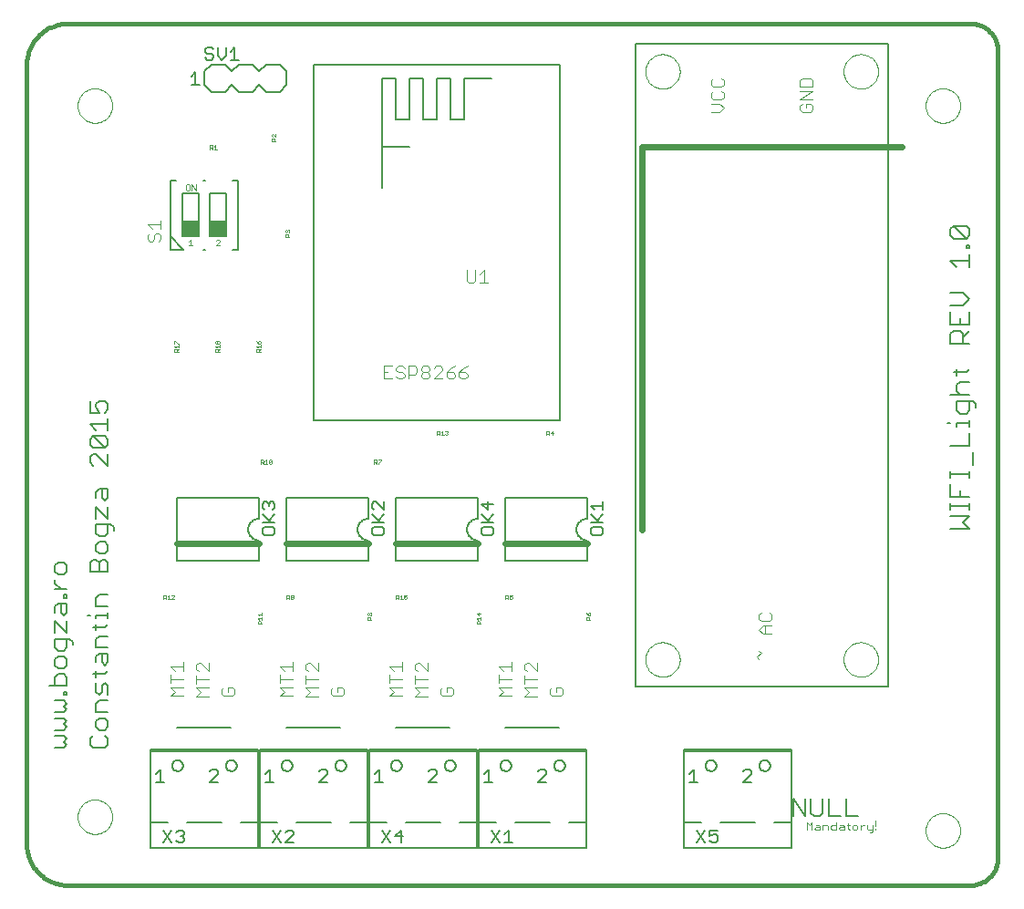
<source format=gto>
G75*
%MOIN*%
%OFA0B0*%
%FSLAX24Y24*%
%IPPOS*%
%LPD*%
%AMOC8*
5,1,8,0,0,1.08239X$1,22.5*
%
%ADD10C,0.0000*%
%ADD11C,0.0060*%
%ADD12C,0.0160*%
%ADD13C,0.0240*%
%ADD14C,0.0030*%
%ADD15C,0.0050*%
%ADD16C,0.0010*%
%ADD17C,0.0080*%
%ADD18C,0.0040*%
%ADD19C,0.0020*%
%ADD20R,0.0591X0.0591*%
D10*
X002050Y002680D02*
X002052Y002730D01*
X002058Y002780D01*
X002068Y002829D01*
X002082Y002877D01*
X002099Y002924D01*
X002120Y002969D01*
X002145Y003013D01*
X002173Y003054D01*
X002205Y003093D01*
X002239Y003130D01*
X002276Y003164D01*
X002316Y003194D01*
X002358Y003221D01*
X002402Y003245D01*
X002448Y003266D01*
X002495Y003282D01*
X002543Y003295D01*
X002593Y003304D01*
X002642Y003309D01*
X002693Y003310D01*
X002743Y003307D01*
X002792Y003300D01*
X002841Y003289D01*
X002889Y003274D01*
X002935Y003256D01*
X002980Y003234D01*
X003023Y003208D01*
X003064Y003179D01*
X003103Y003147D01*
X003139Y003112D01*
X003171Y003074D01*
X003201Y003034D01*
X003228Y002991D01*
X003251Y002947D01*
X003270Y002901D01*
X003286Y002853D01*
X003298Y002804D01*
X003306Y002755D01*
X003310Y002705D01*
X003310Y002655D01*
X003306Y002605D01*
X003298Y002556D01*
X003286Y002507D01*
X003270Y002459D01*
X003251Y002413D01*
X003228Y002369D01*
X003201Y002326D01*
X003171Y002286D01*
X003139Y002248D01*
X003103Y002213D01*
X003064Y002181D01*
X003023Y002152D01*
X002980Y002126D01*
X002935Y002104D01*
X002889Y002086D01*
X002841Y002071D01*
X002792Y002060D01*
X002743Y002053D01*
X002693Y002050D01*
X002642Y002051D01*
X002593Y002056D01*
X002543Y002065D01*
X002495Y002078D01*
X002448Y002094D01*
X002402Y002115D01*
X002358Y002139D01*
X002316Y002166D01*
X002276Y002196D01*
X002239Y002230D01*
X002205Y002267D01*
X002173Y002306D01*
X002145Y002347D01*
X002120Y002391D01*
X002099Y002436D01*
X002082Y002483D01*
X002068Y002531D01*
X002058Y002580D01*
X002052Y002630D01*
X002050Y002680D01*
X022800Y008430D02*
X022802Y008480D01*
X022808Y008530D01*
X022818Y008579D01*
X022832Y008627D01*
X022849Y008674D01*
X022870Y008719D01*
X022895Y008763D01*
X022923Y008804D01*
X022955Y008843D01*
X022989Y008880D01*
X023026Y008914D01*
X023066Y008944D01*
X023108Y008971D01*
X023152Y008995D01*
X023198Y009016D01*
X023245Y009032D01*
X023293Y009045D01*
X023343Y009054D01*
X023392Y009059D01*
X023443Y009060D01*
X023493Y009057D01*
X023542Y009050D01*
X023591Y009039D01*
X023639Y009024D01*
X023685Y009006D01*
X023730Y008984D01*
X023773Y008958D01*
X023814Y008929D01*
X023853Y008897D01*
X023889Y008862D01*
X023921Y008824D01*
X023951Y008784D01*
X023978Y008741D01*
X024001Y008697D01*
X024020Y008651D01*
X024036Y008603D01*
X024048Y008554D01*
X024056Y008505D01*
X024060Y008455D01*
X024060Y008405D01*
X024056Y008355D01*
X024048Y008306D01*
X024036Y008257D01*
X024020Y008209D01*
X024001Y008163D01*
X023978Y008119D01*
X023951Y008076D01*
X023921Y008036D01*
X023889Y007998D01*
X023853Y007963D01*
X023814Y007931D01*
X023773Y007902D01*
X023730Y007876D01*
X023685Y007854D01*
X023639Y007836D01*
X023591Y007821D01*
X023542Y007810D01*
X023493Y007803D01*
X023443Y007800D01*
X023392Y007801D01*
X023343Y007806D01*
X023293Y007815D01*
X023245Y007828D01*
X023198Y007844D01*
X023152Y007865D01*
X023108Y007889D01*
X023066Y007916D01*
X023026Y007946D01*
X022989Y007980D01*
X022955Y008017D01*
X022923Y008056D01*
X022895Y008097D01*
X022870Y008141D01*
X022849Y008186D01*
X022832Y008233D01*
X022818Y008281D01*
X022808Y008330D01*
X022802Y008380D01*
X022800Y008430D01*
X030050Y008430D02*
X030052Y008480D01*
X030058Y008530D01*
X030068Y008579D01*
X030082Y008627D01*
X030099Y008674D01*
X030120Y008719D01*
X030145Y008763D01*
X030173Y008804D01*
X030205Y008843D01*
X030239Y008880D01*
X030276Y008914D01*
X030316Y008944D01*
X030358Y008971D01*
X030402Y008995D01*
X030448Y009016D01*
X030495Y009032D01*
X030543Y009045D01*
X030593Y009054D01*
X030642Y009059D01*
X030693Y009060D01*
X030743Y009057D01*
X030792Y009050D01*
X030841Y009039D01*
X030889Y009024D01*
X030935Y009006D01*
X030980Y008984D01*
X031023Y008958D01*
X031064Y008929D01*
X031103Y008897D01*
X031139Y008862D01*
X031171Y008824D01*
X031201Y008784D01*
X031228Y008741D01*
X031251Y008697D01*
X031270Y008651D01*
X031286Y008603D01*
X031298Y008554D01*
X031306Y008505D01*
X031310Y008455D01*
X031310Y008405D01*
X031306Y008355D01*
X031298Y008306D01*
X031286Y008257D01*
X031270Y008209D01*
X031251Y008163D01*
X031228Y008119D01*
X031201Y008076D01*
X031171Y008036D01*
X031139Y007998D01*
X031103Y007963D01*
X031064Y007931D01*
X031023Y007902D01*
X030980Y007876D01*
X030935Y007854D01*
X030889Y007836D01*
X030841Y007821D01*
X030792Y007810D01*
X030743Y007803D01*
X030693Y007800D01*
X030642Y007801D01*
X030593Y007806D01*
X030543Y007815D01*
X030495Y007828D01*
X030448Y007844D01*
X030402Y007865D01*
X030358Y007889D01*
X030316Y007916D01*
X030276Y007946D01*
X030239Y007980D01*
X030205Y008017D01*
X030173Y008056D01*
X030145Y008097D01*
X030120Y008141D01*
X030099Y008186D01*
X030082Y008233D01*
X030068Y008281D01*
X030058Y008330D01*
X030052Y008380D01*
X030050Y008430D01*
X033050Y002180D02*
X033052Y002230D01*
X033058Y002280D01*
X033068Y002329D01*
X033082Y002377D01*
X033099Y002424D01*
X033120Y002469D01*
X033145Y002513D01*
X033173Y002554D01*
X033205Y002593D01*
X033239Y002630D01*
X033276Y002664D01*
X033316Y002694D01*
X033358Y002721D01*
X033402Y002745D01*
X033448Y002766D01*
X033495Y002782D01*
X033543Y002795D01*
X033593Y002804D01*
X033642Y002809D01*
X033693Y002810D01*
X033743Y002807D01*
X033792Y002800D01*
X033841Y002789D01*
X033889Y002774D01*
X033935Y002756D01*
X033980Y002734D01*
X034023Y002708D01*
X034064Y002679D01*
X034103Y002647D01*
X034139Y002612D01*
X034171Y002574D01*
X034201Y002534D01*
X034228Y002491D01*
X034251Y002447D01*
X034270Y002401D01*
X034286Y002353D01*
X034298Y002304D01*
X034306Y002255D01*
X034310Y002205D01*
X034310Y002155D01*
X034306Y002105D01*
X034298Y002056D01*
X034286Y002007D01*
X034270Y001959D01*
X034251Y001913D01*
X034228Y001869D01*
X034201Y001826D01*
X034171Y001786D01*
X034139Y001748D01*
X034103Y001713D01*
X034064Y001681D01*
X034023Y001652D01*
X033980Y001626D01*
X033935Y001604D01*
X033889Y001586D01*
X033841Y001571D01*
X033792Y001560D01*
X033743Y001553D01*
X033693Y001550D01*
X033642Y001551D01*
X033593Y001556D01*
X033543Y001565D01*
X033495Y001578D01*
X033448Y001594D01*
X033402Y001615D01*
X033358Y001639D01*
X033316Y001666D01*
X033276Y001696D01*
X033239Y001730D01*
X033205Y001767D01*
X033173Y001806D01*
X033145Y001847D01*
X033120Y001891D01*
X033099Y001936D01*
X033082Y001983D01*
X033068Y002031D01*
X033058Y002080D01*
X033052Y002130D01*
X033050Y002180D01*
X034300Y000180D02*
X034680Y000180D01*
X033050Y028680D02*
X033052Y028730D01*
X033058Y028780D01*
X033068Y028829D01*
X033082Y028877D01*
X033099Y028924D01*
X033120Y028969D01*
X033145Y029013D01*
X033173Y029054D01*
X033205Y029093D01*
X033239Y029130D01*
X033276Y029164D01*
X033316Y029194D01*
X033358Y029221D01*
X033402Y029245D01*
X033448Y029266D01*
X033495Y029282D01*
X033543Y029295D01*
X033593Y029304D01*
X033642Y029309D01*
X033693Y029310D01*
X033743Y029307D01*
X033792Y029300D01*
X033841Y029289D01*
X033889Y029274D01*
X033935Y029256D01*
X033980Y029234D01*
X034023Y029208D01*
X034064Y029179D01*
X034103Y029147D01*
X034139Y029112D01*
X034171Y029074D01*
X034201Y029034D01*
X034228Y028991D01*
X034251Y028947D01*
X034270Y028901D01*
X034286Y028853D01*
X034298Y028804D01*
X034306Y028755D01*
X034310Y028705D01*
X034310Y028655D01*
X034306Y028605D01*
X034298Y028556D01*
X034286Y028507D01*
X034270Y028459D01*
X034251Y028413D01*
X034228Y028369D01*
X034201Y028326D01*
X034171Y028286D01*
X034139Y028248D01*
X034103Y028213D01*
X034064Y028181D01*
X034023Y028152D01*
X033980Y028126D01*
X033935Y028104D01*
X033889Y028086D01*
X033841Y028071D01*
X033792Y028060D01*
X033743Y028053D01*
X033693Y028050D01*
X033642Y028051D01*
X033593Y028056D01*
X033543Y028065D01*
X033495Y028078D01*
X033448Y028094D01*
X033402Y028115D01*
X033358Y028139D01*
X033316Y028166D01*
X033276Y028196D01*
X033239Y028230D01*
X033205Y028267D01*
X033173Y028306D01*
X033145Y028347D01*
X033120Y028391D01*
X033099Y028436D01*
X033082Y028483D01*
X033068Y028531D01*
X033058Y028580D01*
X033052Y028630D01*
X033050Y028680D01*
X030050Y029930D02*
X030052Y029980D01*
X030058Y030030D01*
X030068Y030079D01*
X030082Y030127D01*
X030099Y030174D01*
X030120Y030219D01*
X030145Y030263D01*
X030173Y030304D01*
X030205Y030343D01*
X030239Y030380D01*
X030276Y030414D01*
X030316Y030444D01*
X030358Y030471D01*
X030402Y030495D01*
X030448Y030516D01*
X030495Y030532D01*
X030543Y030545D01*
X030593Y030554D01*
X030642Y030559D01*
X030693Y030560D01*
X030743Y030557D01*
X030792Y030550D01*
X030841Y030539D01*
X030889Y030524D01*
X030935Y030506D01*
X030980Y030484D01*
X031023Y030458D01*
X031064Y030429D01*
X031103Y030397D01*
X031139Y030362D01*
X031171Y030324D01*
X031201Y030284D01*
X031228Y030241D01*
X031251Y030197D01*
X031270Y030151D01*
X031286Y030103D01*
X031298Y030054D01*
X031306Y030005D01*
X031310Y029955D01*
X031310Y029905D01*
X031306Y029855D01*
X031298Y029806D01*
X031286Y029757D01*
X031270Y029709D01*
X031251Y029663D01*
X031228Y029619D01*
X031201Y029576D01*
X031171Y029536D01*
X031139Y029498D01*
X031103Y029463D01*
X031064Y029431D01*
X031023Y029402D01*
X030980Y029376D01*
X030935Y029354D01*
X030889Y029336D01*
X030841Y029321D01*
X030792Y029310D01*
X030743Y029303D01*
X030693Y029300D01*
X030642Y029301D01*
X030593Y029306D01*
X030543Y029315D01*
X030495Y029328D01*
X030448Y029344D01*
X030402Y029365D01*
X030358Y029389D01*
X030316Y029416D01*
X030276Y029446D01*
X030239Y029480D01*
X030205Y029517D01*
X030173Y029556D01*
X030145Y029597D01*
X030120Y029641D01*
X030099Y029686D01*
X030082Y029733D01*
X030068Y029781D01*
X030058Y029830D01*
X030052Y029880D01*
X030050Y029930D01*
X022800Y029930D02*
X022802Y029980D01*
X022808Y030030D01*
X022818Y030079D01*
X022832Y030127D01*
X022849Y030174D01*
X022870Y030219D01*
X022895Y030263D01*
X022923Y030304D01*
X022955Y030343D01*
X022989Y030380D01*
X023026Y030414D01*
X023066Y030444D01*
X023108Y030471D01*
X023152Y030495D01*
X023198Y030516D01*
X023245Y030532D01*
X023293Y030545D01*
X023343Y030554D01*
X023392Y030559D01*
X023443Y030560D01*
X023493Y030557D01*
X023542Y030550D01*
X023591Y030539D01*
X023639Y030524D01*
X023685Y030506D01*
X023730Y030484D01*
X023773Y030458D01*
X023814Y030429D01*
X023853Y030397D01*
X023889Y030362D01*
X023921Y030324D01*
X023951Y030284D01*
X023978Y030241D01*
X024001Y030197D01*
X024020Y030151D01*
X024036Y030103D01*
X024048Y030054D01*
X024056Y030005D01*
X024060Y029955D01*
X024060Y029905D01*
X024056Y029855D01*
X024048Y029806D01*
X024036Y029757D01*
X024020Y029709D01*
X024001Y029663D01*
X023978Y029619D01*
X023951Y029576D01*
X023921Y029536D01*
X023889Y029498D01*
X023853Y029463D01*
X023814Y029431D01*
X023773Y029402D01*
X023730Y029376D01*
X023685Y029354D01*
X023639Y029336D01*
X023591Y029321D01*
X023542Y029310D01*
X023493Y029303D01*
X023443Y029300D01*
X023392Y029301D01*
X023343Y029306D01*
X023293Y029315D01*
X023245Y029328D01*
X023198Y029344D01*
X023152Y029365D01*
X023108Y029389D01*
X023066Y029416D01*
X023026Y029446D01*
X022989Y029480D01*
X022955Y029517D01*
X022923Y029556D01*
X022895Y029597D01*
X022870Y029641D01*
X022849Y029686D01*
X022832Y029733D01*
X022818Y029781D01*
X022808Y029830D01*
X022802Y029880D01*
X022800Y029930D01*
X002050Y028680D02*
X002052Y028730D01*
X002058Y028780D01*
X002068Y028829D01*
X002082Y028877D01*
X002099Y028924D01*
X002120Y028969D01*
X002145Y029013D01*
X002173Y029054D01*
X002205Y029093D01*
X002239Y029130D01*
X002276Y029164D01*
X002316Y029194D01*
X002358Y029221D01*
X002402Y029245D01*
X002448Y029266D01*
X002495Y029282D01*
X002543Y029295D01*
X002593Y029304D01*
X002642Y029309D01*
X002693Y029310D01*
X002743Y029307D01*
X002792Y029300D01*
X002841Y029289D01*
X002889Y029274D01*
X002935Y029256D01*
X002980Y029234D01*
X003023Y029208D01*
X003064Y029179D01*
X003103Y029147D01*
X003139Y029112D01*
X003171Y029074D01*
X003201Y029034D01*
X003228Y028991D01*
X003251Y028947D01*
X003270Y028901D01*
X003286Y028853D01*
X003298Y028804D01*
X003306Y028755D01*
X003310Y028705D01*
X003310Y028655D01*
X003306Y028605D01*
X003298Y028556D01*
X003286Y028507D01*
X003270Y028459D01*
X003251Y028413D01*
X003228Y028369D01*
X003201Y028326D01*
X003171Y028286D01*
X003139Y028248D01*
X003103Y028213D01*
X003064Y028181D01*
X003023Y028152D01*
X002980Y028126D01*
X002935Y028104D01*
X002889Y028086D01*
X002841Y028071D01*
X002792Y028060D01*
X002743Y028053D01*
X002693Y028050D01*
X002642Y028051D01*
X002593Y028056D01*
X002543Y028065D01*
X002495Y028078D01*
X002448Y028094D01*
X002402Y028115D01*
X002358Y028139D01*
X002316Y028166D01*
X002276Y028196D01*
X002239Y028230D01*
X002205Y028267D01*
X002173Y028306D01*
X002145Y028347D01*
X002120Y028391D01*
X002099Y028436D01*
X002082Y028483D01*
X002068Y028531D01*
X002058Y028580D01*
X002052Y028630D01*
X002050Y028680D01*
D11*
X006680Y029430D02*
X006930Y029180D01*
X007430Y029180D01*
X007680Y029430D01*
X007930Y029180D01*
X008430Y029180D01*
X008680Y029430D01*
X008930Y029180D01*
X009430Y029180D01*
X009680Y029430D01*
X009680Y029930D01*
X009430Y030180D01*
X008930Y030180D01*
X008680Y029930D01*
X008430Y030180D01*
X007930Y030180D01*
X007680Y029930D01*
X007430Y030180D01*
X006930Y030180D01*
X006680Y029930D01*
X006680Y029430D01*
X003043Y017883D02*
X002830Y017883D01*
X002723Y017777D01*
X002723Y017670D01*
X002830Y017456D01*
X002509Y017456D01*
X002509Y017883D01*
X003043Y017883D02*
X003150Y017777D01*
X003150Y017563D01*
X003043Y017456D01*
X003150Y017239D02*
X003150Y016812D01*
X003150Y017025D02*
X002509Y017025D01*
X002723Y016812D01*
X002616Y016594D02*
X003043Y016167D01*
X003150Y016274D01*
X003150Y016488D01*
X003043Y016594D01*
X002616Y016594D01*
X002509Y016488D01*
X002509Y016274D01*
X002616Y016167D01*
X003043Y016167D01*
X003150Y015950D02*
X003150Y015523D01*
X002723Y015950D01*
X002616Y015950D01*
X002509Y015843D01*
X002509Y015630D01*
X002616Y015523D01*
X002830Y014661D02*
X003150Y014661D01*
X003150Y014340D01*
X003043Y014234D01*
X002936Y014340D01*
X002936Y014661D01*
X002830Y014661D02*
X002723Y014554D01*
X002723Y014340D01*
X002723Y014016D02*
X003150Y013589D01*
X003150Y014016D01*
X002723Y014016D02*
X002723Y013589D01*
X002723Y013372D02*
X002723Y013051D01*
X002830Y012945D01*
X003043Y012945D01*
X003150Y013051D01*
X003150Y013372D01*
X003257Y013372D02*
X002723Y013372D01*
X003257Y013372D02*
X003364Y013265D01*
X003364Y013158D01*
X003043Y012727D02*
X002830Y012727D01*
X002723Y012620D01*
X002723Y012407D01*
X002830Y012300D01*
X003043Y012300D01*
X003150Y012407D01*
X003150Y012620D01*
X003043Y012727D01*
X003043Y012083D02*
X003150Y011976D01*
X003150Y011655D01*
X002509Y011655D01*
X002509Y011976D01*
X002616Y012083D01*
X002723Y012083D01*
X002830Y011976D01*
X002830Y011655D01*
X002830Y011976D02*
X002936Y012083D01*
X003043Y012083D01*
X003150Y010793D02*
X002830Y010793D01*
X002723Y010687D01*
X002723Y010366D01*
X003150Y010366D01*
X003150Y010150D02*
X003150Y009937D01*
X003150Y010043D02*
X002723Y010043D01*
X002723Y009937D01*
X002723Y009721D02*
X002723Y009507D01*
X002616Y009614D02*
X003043Y009614D01*
X003150Y009721D01*
X003150Y009289D02*
X002830Y009289D01*
X002723Y009183D01*
X002723Y008862D01*
X003150Y008862D01*
X003150Y008645D02*
X003150Y008325D01*
X003043Y008218D01*
X002936Y008325D01*
X002936Y008645D01*
X002830Y008645D02*
X003150Y008645D01*
X002830Y008645D02*
X002723Y008538D01*
X002723Y008325D01*
X002723Y008002D02*
X002723Y007788D01*
X002616Y007895D02*
X003043Y007895D01*
X003150Y008002D01*
X003043Y007571D02*
X002936Y007464D01*
X002936Y007250D01*
X002830Y007144D01*
X002723Y007250D01*
X002723Y007571D01*
X003043Y007571D02*
X003150Y007464D01*
X003150Y007144D01*
X003150Y006926D02*
X002830Y006926D01*
X002723Y006819D01*
X002723Y006499D01*
X003150Y006499D01*
X003043Y006282D02*
X002830Y006282D01*
X002723Y006175D01*
X002723Y005961D01*
X002830Y005855D01*
X003043Y005855D01*
X003150Y005961D01*
X003150Y006175D01*
X003043Y006282D01*
X003043Y005637D02*
X003150Y005530D01*
X003150Y005317D01*
X003043Y005210D01*
X002616Y005210D01*
X002509Y005317D01*
X002509Y005530D01*
X002616Y005637D01*
X001650Y005530D02*
X001543Y005637D01*
X001223Y005637D01*
X001223Y005855D02*
X001543Y005855D01*
X001650Y005961D01*
X001543Y006068D01*
X001650Y006175D01*
X001543Y006282D01*
X001223Y006282D01*
X001223Y006499D02*
X001543Y006499D01*
X001650Y006606D01*
X001543Y006713D01*
X001650Y006819D01*
X001543Y006926D01*
X001223Y006926D01*
X001543Y007144D02*
X001543Y007250D01*
X001650Y007250D01*
X001650Y007144D01*
X001543Y007144D01*
X001650Y007466D02*
X001650Y007786D01*
X001543Y007893D01*
X001330Y007893D01*
X001223Y007786D01*
X001223Y007466D01*
X001009Y007466D02*
X001650Y007466D01*
X001543Y008110D02*
X001330Y008110D01*
X001223Y008217D01*
X001223Y008431D01*
X001330Y008538D01*
X001543Y008538D01*
X001650Y008431D01*
X001650Y008217D01*
X001543Y008110D01*
X001543Y008755D02*
X001330Y008755D01*
X001223Y008862D01*
X001223Y009182D01*
X001757Y009182D01*
X001864Y009075D01*
X001864Y008969D01*
X001650Y008862D02*
X001650Y009182D01*
X001650Y009400D02*
X001650Y009827D01*
X001543Y010044D02*
X001436Y010151D01*
X001436Y010471D01*
X001330Y010471D02*
X001650Y010471D01*
X001650Y010151D01*
X001543Y010044D01*
X001223Y010151D02*
X001223Y010364D01*
X001330Y010471D01*
X001543Y010689D02*
X001543Y010795D01*
X001650Y010795D01*
X001650Y010689D01*
X001543Y010689D01*
X001436Y011011D02*
X001223Y011224D01*
X001223Y011331D01*
X001330Y011548D02*
X001543Y011548D01*
X001650Y011655D01*
X001650Y011868D01*
X001543Y011975D01*
X001330Y011975D01*
X001223Y011868D01*
X001223Y011655D01*
X001330Y011548D01*
X001223Y011011D02*
X001650Y011011D01*
X002403Y010043D02*
X002509Y010043D01*
X001650Y009400D02*
X001223Y009827D01*
X001223Y009400D01*
X001650Y008862D02*
X001543Y008755D01*
X001650Y005530D02*
X001543Y005424D01*
X001650Y005317D01*
X001543Y005210D01*
X001223Y005210D01*
X004716Y005150D02*
X004716Y005070D01*
X008646Y005070D01*
X008646Y002470D01*
X008646Y001530D01*
X004716Y001530D01*
X004716Y002470D01*
X004716Y005070D01*
X004716Y005150D02*
X008646Y005150D01*
X008646Y005070D01*
X008716Y005070D02*
X008716Y005150D01*
X012646Y005150D01*
X012646Y005070D01*
X012646Y002470D01*
X012646Y001530D01*
X008716Y001530D01*
X008716Y002470D01*
X008716Y005070D01*
X012646Y005070D01*
X012716Y005070D02*
X012716Y005150D01*
X016646Y005150D01*
X016646Y005070D01*
X016646Y002470D01*
X016646Y001530D01*
X012716Y001530D01*
X012716Y002470D01*
X012716Y005070D01*
X016646Y005070D01*
X016716Y005070D02*
X016716Y005150D01*
X020646Y005150D01*
X020646Y005070D01*
X020646Y002470D01*
X020646Y001530D01*
X016716Y001530D01*
X016716Y002470D01*
X016716Y005070D01*
X020646Y005070D01*
X019466Y004550D02*
X019468Y004578D01*
X019474Y004605D01*
X019483Y004631D01*
X019496Y004656D01*
X019513Y004679D01*
X019532Y004699D01*
X019554Y004716D01*
X019578Y004730D01*
X019604Y004740D01*
X019631Y004747D01*
X019659Y004750D01*
X019687Y004749D01*
X019714Y004744D01*
X019741Y004735D01*
X019766Y004723D01*
X019789Y004708D01*
X019810Y004689D01*
X019828Y004668D01*
X019843Y004644D01*
X019854Y004618D01*
X019862Y004592D01*
X019866Y004564D01*
X019866Y004536D01*
X019862Y004508D01*
X019854Y004482D01*
X019843Y004456D01*
X019828Y004432D01*
X019810Y004411D01*
X019789Y004392D01*
X019766Y004377D01*
X019741Y004365D01*
X019714Y004356D01*
X019687Y004351D01*
X019659Y004350D01*
X019631Y004353D01*
X019604Y004360D01*
X019578Y004370D01*
X019554Y004384D01*
X019532Y004401D01*
X019513Y004421D01*
X019496Y004444D01*
X019483Y004469D01*
X019474Y004495D01*
X019468Y004522D01*
X019466Y004550D01*
X017496Y004550D02*
X017498Y004578D01*
X017504Y004605D01*
X017513Y004631D01*
X017526Y004656D01*
X017543Y004679D01*
X017562Y004699D01*
X017584Y004716D01*
X017608Y004730D01*
X017634Y004740D01*
X017661Y004747D01*
X017689Y004750D01*
X017717Y004749D01*
X017744Y004744D01*
X017771Y004735D01*
X017796Y004723D01*
X017819Y004708D01*
X017840Y004689D01*
X017858Y004668D01*
X017873Y004644D01*
X017884Y004618D01*
X017892Y004592D01*
X017896Y004564D01*
X017896Y004536D01*
X017892Y004508D01*
X017884Y004482D01*
X017873Y004456D01*
X017858Y004432D01*
X017840Y004411D01*
X017819Y004392D01*
X017796Y004377D01*
X017771Y004365D01*
X017744Y004356D01*
X017717Y004351D01*
X017689Y004350D01*
X017661Y004353D01*
X017634Y004360D01*
X017608Y004370D01*
X017584Y004384D01*
X017562Y004401D01*
X017543Y004421D01*
X017526Y004444D01*
X017513Y004469D01*
X017504Y004495D01*
X017498Y004522D01*
X017496Y004550D01*
X015466Y004550D02*
X015468Y004578D01*
X015474Y004605D01*
X015483Y004631D01*
X015496Y004656D01*
X015513Y004679D01*
X015532Y004699D01*
X015554Y004716D01*
X015578Y004730D01*
X015604Y004740D01*
X015631Y004747D01*
X015659Y004750D01*
X015687Y004749D01*
X015714Y004744D01*
X015741Y004735D01*
X015766Y004723D01*
X015789Y004708D01*
X015810Y004689D01*
X015828Y004668D01*
X015843Y004644D01*
X015854Y004618D01*
X015862Y004592D01*
X015866Y004564D01*
X015866Y004536D01*
X015862Y004508D01*
X015854Y004482D01*
X015843Y004456D01*
X015828Y004432D01*
X015810Y004411D01*
X015789Y004392D01*
X015766Y004377D01*
X015741Y004365D01*
X015714Y004356D01*
X015687Y004351D01*
X015659Y004350D01*
X015631Y004353D01*
X015604Y004360D01*
X015578Y004370D01*
X015554Y004384D01*
X015532Y004401D01*
X015513Y004421D01*
X015496Y004444D01*
X015483Y004469D01*
X015474Y004495D01*
X015468Y004522D01*
X015466Y004550D01*
X013496Y004550D02*
X013498Y004578D01*
X013504Y004605D01*
X013513Y004631D01*
X013526Y004656D01*
X013543Y004679D01*
X013562Y004699D01*
X013584Y004716D01*
X013608Y004730D01*
X013634Y004740D01*
X013661Y004747D01*
X013689Y004750D01*
X013717Y004749D01*
X013744Y004744D01*
X013771Y004735D01*
X013796Y004723D01*
X013819Y004708D01*
X013840Y004689D01*
X013858Y004668D01*
X013873Y004644D01*
X013884Y004618D01*
X013892Y004592D01*
X013896Y004564D01*
X013896Y004536D01*
X013892Y004508D01*
X013884Y004482D01*
X013873Y004456D01*
X013858Y004432D01*
X013840Y004411D01*
X013819Y004392D01*
X013796Y004377D01*
X013771Y004365D01*
X013744Y004356D01*
X013717Y004351D01*
X013689Y004350D01*
X013661Y004353D01*
X013634Y004360D01*
X013608Y004370D01*
X013584Y004384D01*
X013562Y004401D01*
X013543Y004421D01*
X013526Y004444D01*
X013513Y004469D01*
X013504Y004495D01*
X013498Y004522D01*
X013496Y004550D01*
X011466Y004550D02*
X011468Y004578D01*
X011474Y004605D01*
X011483Y004631D01*
X011496Y004656D01*
X011513Y004679D01*
X011532Y004699D01*
X011554Y004716D01*
X011578Y004730D01*
X011604Y004740D01*
X011631Y004747D01*
X011659Y004750D01*
X011687Y004749D01*
X011714Y004744D01*
X011741Y004735D01*
X011766Y004723D01*
X011789Y004708D01*
X011810Y004689D01*
X011828Y004668D01*
X011843Y004644D01*
X011854Y004618D01*
X011862Y004592D01*
X011866Y004564D01*
X011866Y004536D01*
X011862Y004508D01*
X011854Y004482D01*
X011843Y004456D01*
X011828Y004432D01*
X011810Y004411D01*
X011789Y004392D01*
X011766Y004377D01*
X011741Y004365D01*
X011714Y004356D01*
X011687Y004351D01*
X011659Y004350D01*
X011631Y004353D01*
X011604Y004360D01*
X011578Y004370D01*
X011554Y004384D01*
X011532Y004401D01*
X011513Y004421D01*
X011496Y004444D01*
X011483Y004469D01*
X011474Y004495D01*
X011468Y004522D01*
X011466Y004550D01*
X009496Y004550D02*
X009498Y004578D01*
X009504Y004605D01*
X009513Y004631D01*
X009526Y004656D01*
X009543Y004679D01*
X009562Y004699D01*
X009584Y004716D01*
X009608Y004730D01*
X009634Y004740D01*
X009661Y004747D01*
X009689Y004750D01*
X009717Y004749D01*
X009744Y004744D01*
X009771Y004735D01*
X009796Y004723D01*
X009819Y004708D01*
X009840Y004689D01*
X009858Y004668D01*
X009873Y004644D01*
X009884Y004618D01*
X009892Y004592D01*
X009896Y004564D01*
X009896Y004536D01*
X009892Y004508D01*
X009884Y004482D01*
X009873Y004456D01*
X009858Y004432D01*
X009840Y004411D01*
X009819Y004392D01*
X009796Y004377D01*
X009771Y004365D01*
X009744Y004356D01*
X009717Y004351D01*
X009689Y004350D01*
X009661Y004353D01*
X009634Y004360D01*
X009608Y004370D01*
X009584Y004384D01*
X009562Y004401D01*
X009543Y004421D01*
X009526Y004444D01*
X009513Y004469D01*
X009504Y004495D01*
X009498Y004522D01*
X009496Y004550D01*
X007466Y004550D02*
X007468Y004578D01*
X007474Y004605D01*
X007483Y004631D01*
X007496Y004656D01*
X007513Y004679D01*
X007532Y004699D01*
X007554Y004716D01*
X007578Y004730D01*
X007604Y004740D01*
X007631Y004747D01*
X007659Y004750D01*
X007687Y004749D01*
X007714Y004744D01*
X007741Y004735D01*
X007766Y004723D01*
X007789Y004708D01*
X007810Y004689D01*
X007828Y004668D01*
X007843Y004644D01*
X007854Y004618D01*
X007862Y004592D01*
X007866Y004564D01*
X007866Y004536D01*
X007862Y004508D01*
X007854Y004482D01*
X007843Y004456D01*
X007828Y004432D01*
X007810Y004411D01*
X007789Y004392D01*
X007766Y004377D01*
X007741Y004365D01*
X007714Y004356D01*
X007687Y004351D01*
X007659Y004350D01*
X007631Y004353D01*
X007604Y004360D01*
X007578Y004370D01*
X007554Y004384D01*
X007532Y004401D01*
X007513Y004421D01*
X007496Y004444D01*
X007483Y004469D01*
X007474Y004495D01*
X007468Y004522D01*
X007466Y004550D01*
X005496Y004550D02*
X005498Y004578D01*
X005504Y004605D01*
X005513Y004631D01*
X005526Y004656D01*
X005543Y004679D01*
X005562Y004699D01*
X005584Y004716D01*
X005608Y004730D01*
X005634Y004740D01*
X005661Y004747D01*
X005689Y004750D01*
X005717Y004749D01*
X005744Y004744D01*
X005771Y004735D01*
X005796Y004723D01*
X005819Y004708D01*
X005840Y004689D01*
X005858Y004668D01*
X005873Y004644D01*
X005884Y004618D01*
X005892Y004592D01*
X005896Y004564D01*
X005896Y004536D01*
X005892Y004508D01*
X005884Y004482D01*
X005873Y004456D01*
X005858Y004432D01*
X005840Y004411D01*
X005819Y004392D01*
X005796Y004377D01*
X005771Y004365D01*
X005744Y004356D01*
X005717Y004351D01*
X005689Y004350D01*
X005661Y004353D01*
X005634Y004360D01*
X005608Y004370D01*
X005584Y004384D01*
X005562Y004401D01*
X005543Y004421D01*
X005526Y004444D01*
X005513Y004469D01*
X005504Y004495D01*
X005498Y004522D01*
X005496Y004550D01*
X005346Y002470D02*
X004716Y002470D01*
X006046Y002470D02*
X007316Y002470D01*
X008016Y002470D02*
X008646Y002470D01*
X008716Y002470D02*
X009346Y002470D01*
X010046Y002470D02*
X011316Y002470D01*
X012016Y002470D02*
X012646Y002470D01*
X012716Y002470D02*
X013346Y002470D01*
X014046Y002470D02*
X015316Y002470D01*
X016016Y002470D02*
X016646Y002470D01*
X016716Y002470D02*
X017346Y002470D01*
X018046Y002470D02*
X019316Y002470D01*
X020016Y002470D02*
X020646Y002470D01*
X024216Y002470D02*
X024216Y001530D01*
X028146Y001530D01*
X028146Y002470D01*
X028146Y005070D01*
X024216Y005070D01*
X024216Y005150D01*
X028146Y005150D01*
X028146Y005070D01*
X026966Y004550D02*
X026968Y004578D01*
X026974Y004605D01*
X026983Y004631D01*
X026996Y004656D01*
X027013Y004679D01*
X027032Y004699D01*
X027054Y004716D01*
X027078Y004730D01*
X027104Y004740D01*
X027131Y004747D01*
X027159Y004750D01*
X027187Y004749D01*
X027214Y004744D01*
X027241Y004735D01*
X027266Y004723D01*
X027289Y004708D01*
X027310Y004689D01*
X027328Y004668D01*
X027343Y004644D01*
X027354Y004618D01*
X027362Y004592D01*
X027366Y004564D01*
X027366Y004536D01*
X027362Y004508D01*
X027354Y004482D01*
X027343Y004456D01*
X027328Y004432D01*
X027310Y004411D01*
X027289Y004392D01*
X027266Y004377D01*
X027241Y004365D01*
X027214Y004356D01*
X027187Y004351D01*
X027159Y004350D01*
X027131Y004353D01*
X027104Y004360D01*
X027078Y004370D01*
X027054Y004384D01*
X027032Y004401D01*
X027013Y004421D01*
X026996Y004444D01*
X026983Y004469D01*
X026974Y004495D01*
X026968Y004522D01*
X026966Y004550D01*
X028210Y003351D02*
X028637Y002710D01*
X028637Y003351D01*
X028855Y003351D02*
X028855Y002817D01*
X028961Y002710D01*
X029175Y002710D01*
X029282Y002817D01*
X029282Y003351D01*
X029499Y003351D02*
X029499Y002710D01*
X029926Y002710D01*
X030144Y002710D02*
X030571Y002710D01*
X030144Y002710D02*
X030144Y003351D01*
X028210Y003351D02*
X028210Y002710D01*
X028146Y002470D02*
X027516Y002470D01*
X026816Y002470D02*
X025546Y002470D01*
X024846Y002470D02*
X024216Y002470D01*
X024216Y005070D01*
X024996Y004550D02*
X024998Y004578D01*
X025004Y004605D01*
X025013Y004631D01*
X025026Y004656D01*
X025043Y004679D01*
X025062Y004699D01*
X025084Y004716D01*
X025108Y004730D01*
X025134Y004740D01*
X025161Y004747D01*
X025189Y004750D01*
X025217Y004749D01*
X025244Y004744D01*
X025271Y004735D01*
X025296Y004723D01*
X025319Y004708D01*
X025340Y004689D01*
X025358Y004668D01*
X025373Y004644D01*
X025384Y004618D01*
X025392Y004592D01*
X025396Y004564D01*
X025396Y004536D01*
X025392Y004508D01*
X025384Y004482D01*
X025373Y004456D01*
X025358Y004432D01*
X025340Y004411D01*
X025319Y004392D01*
X025296Y004377D01*
X025271Y004365D01*
X025244Y004356D01*
X025217Y004351D01*
X025189Y004350D01*
X025161Y004353D01*
X025134Y004360D01*
X025108Y004370D01*
X025084Y004384D01*
X025062Y004401D01*
X025043Y004421D01*
X025026Y004444D01*
X025013Y004469D01*
X025004Y004495D01*
X024998Y004522D01*
X024996Y004550D01*
X020680Y012030D02*
X017680Y012030D01*
X017680Y014330D01*
X020680Y014330D01*
X020680Y013580D01*
X020641Y013578D01*
X020602Y013572D01*
X020564Y013563D01*
X020527Y013550D01*
X020491Y013533D01*
X020458Y013513D01*
X020426Y013489D01*
X020397Y013463D01*
X020371Y013434D01*
X020347Y013402D01*
X020327Y013369D01*
X020310Y013333D01*
X020297Y013296D01*
X020288Y013258D01*
X020282Y013219D01*
X020280Y013180D01*
X020282Y013141D01*
X020288Y013102D01*
X020297Y013064D01*
X020310Y013027D01*
X020327Y012991D01*
X020347Y012958D01*
X020371Y012926D01*
X020397Y012897D01*
X020426Y012871D01*
X020458Y012847D01*
X020491Y012827D01*
X020527Y012810D01*
X020564Y012797D01*
X020602Y012788D01*
X020641Y012782D01*
X020680Y012780D01*
X020680Y012030D01*
X016680Y012030D02*
X016680Y012780D01*
X016641Y012782D01*
X016602Y012788D01*
X016564Y012797D01*
X016527Y012810D01*
X016491Y012827D01*
X016458Y012847D01*
X016426Y012871D01*
X016397Y012897D01*
X016371Y012926D01*
X016347Y012958D01*
X016327Y012991D01*
X016310Y013027D01*
X016297Y013064D01*
X016288Y013102D01*
X016282Y013141D01*
X016280Y013180D01*
X016282Y013219D01*
X016288Y013258D01*
X016297Y013296D01*
X016310Y013333D01*
X016327Y013369D01*
X016347Y013402D01*
X016371Y013434D01*
X016397Y013463D01*
X016426Y013489D01*
X016458Y013513D01*
X016491Y013533D01*
X016527Y013550D01*
X016564Y013563D01*
X016602Y013572D01*
X016641Y013578D01*
X016680Y013580D01*
X016680Y014330D01*
X013680Y014330D01*
X013680Y012030D01*
X016680Y012030D01*
X012680Y012030D02*
X012680Y012780D01*
X012641Y012782D01*
X012602Y012788D01*
X012564Y012797D01*
X012527Y012810D01*
X012491Y012827D01*
X012458Y012847D01*
X012426Y012871D01*
X012397Y012897D01*
X012371Y012926D01*
X012347Y012958D01*
X012327Y012991D01*
X012310Y013027D01*
X012297Y013064D01*
X012288Y013102D01*
X012282Y013141D01*
X012280Y013180D01*
X012282Y013219D01*
X012288Y013258D01*
X012297Y013296D01*
X012310Y013333D01*
X012327Y013369D01*
X012347Y013402D01*
X012371Y013434D01*
X012397Y013463D01*
X012426Y013489D01*
X012458Y013513D01*
X012491Y013533D01*
X012527Y013550D01*
X012564Y013563D01*
X012602Y013572D01*
X012641Y013578D01*
X012680Y013580D01*
X012680Y014330D01*
X009680Y014330D01*
X009680Y012030D01*
X012680Y012030D01*
X008680Y012030D02*
X008680Y012780D01*
X008641Y012782D01*
X008602Y012788D01*
X008564Y012797D01*
X008527Y012810D01*
X008491Y012827D01*
X008458Y012847D01*
X008426Y012871D01*
X008397Y012897D01*
X008371Y012926D01*
X008347Y012958D01*
X008327Y012991D01*
X008310Y013027D01*
X008297Y013064D01*
X008288Y013102D01*
X008282Y013141D01*
X008280Y013180D01*
X008282Y013219D01*
X008288Y013258D01*
X008297Y013296D01*
X008310Y013333D01*
X008327Y013369D01*
X008347Y013402D01*
X008371Y013434D01*
X008397Y013463D01*
X008426Y013489D01*
X008458Y013513D01*
X008491Y013533D01*
X008527Y013550D01*
X008564Y013563D01*
X008602Y013572D01*
X008641Y013578D01*
X008680Y013580D01*
X008680Y014330D01*
X005680Y014330D01*
X005680Y012030D01*
X008680Y012030D01*
X033949Y013210D02*
X034650Y013210D01*
X034416Y013444D01*
X034650Y013677D01*
X033949Y013677D01*
X033949Y013910D02*
X033949Y014143D01*
X033949Y014027D02*
X034650Y014027D01*
X034650Y014143D02*
X034650Y013910D01*
X034650Y014376D02*
X033949Y014376D01*
X033949Y014843D01*
X033949Y015076D02*
X033949Y015310D01*
X033949Y015193D02*
X034650Y015193D01*
X034650Y015076D02*
X034650Y015310D01*
X034767Y015543D02*
X034767Y016010D01*
X034650Y016242D02*
X034650Y016710D01*
X034650Y016942D02*
X034650Y017176D01*
X034650Y017059D02*
X034183Y017059D01*
X034183Y016942D01*
X033949Y017059D02*
X033833Y017059D01*
X034183Y017526D02*
X034300Y017409D01*
X034533Y017409D01*
X034650Y017526D01*
X034650Y017876D01*
X034767Y017876D02*
X034183Y017876D01*
X034183Y017526D01*
X034300Y018109D02*
X034183Y018225D01*
X034183Y018459D01*
X034300Y018576D01*
X034650Y018576D01*
X034533Y018925D02*
X034650Y019042D01*
X034533Y018925D02*
X034066Y018925D01*
X034183Y018808D02*
X034183Y019042D01*
X034416Y019975D02*
X034416Y020325D01*
X034300Y020442D01*
X034066Y020442D01*
X033949Y020325D01*
X033949Y019975D01*
X034650Y019975D01*
X034416Y020208D02*
X034650Y020442D01*
X034650Y020675D02*
X034650Y021142D01*
X034416Y021374D02*
X034650Y021608D01*
X034416Y021841D01*
X033949Y021841D01*
X033949Y021374D02*
X034416Y021374D01*
X033949Y021142D02*
X033949Y020675D01*
X034650Y020675D01*
X034300Y020675D02*
X034300Y020908D01*
X034183Y022774D02*
X033949Y023007D01*
X034650Y023007D01*
X034650Y022774D02*
X034650Y023241D01*
X034650Y023474D02*
X034650Y023590D01*
X034533Y023590D01*
X034533Y023474D01*
X034650Y023474D01*
X034533Y023824D02*
X034066Y024291D01*
X034533Y024291D01*
X034650Y024174D01*
X034650Y023940D01*
X034533Y023824D01*
X034066Y023824D01*
X033949Y023940D01*
X033949Y024174D01*
X034066Y024291D01*
X033949Y018109D02*
X034650Y018109D01*
X034767Y017876D02*
X034884Y017759D01*
X034884Y017642D01*
X034650Y016242D02*
X033949Y016242D01*
X034300Y014610D02*
X034300Y014376D01*
D12*
X034680Y000180D02*
X001680Y000180D01*
X001604Y000182D01*
X001528Y000188D01*
X001453Y000197D01*
X001378Y000211D01*
X001304Y000228D01*
X001231Y000249D01*
X001159Y000273D01*
X001088Y000302D01*
X001019Y000333D01*
X000952Y000368D01*
X000887Y000407D01*
X000823Y000449D01*
X000762Y000494D01*
X000703Y000542D01*
X000647Y000593D01*
X000593Y000647D01*
X000542Y000703D01*
X000494Y000762D01*
X000449Y000823D01*
X000407Y000887D01*
X000368Y000952D01*
X000333Y001019D01*
X000302Y001088D01*
X000273Y001159D01*
X000249Y001231D01*
X000228Y001304D01*
X000211Y001378D01*
X000197Y001453D01*
X000188Y001528D01*
X000182Y001604D01*
X000180Y001680D01*
X000180Y030180D01*
X000182Y030256D01*
X000188Y030332D01*
X000197Y030407D01*
X000211Y030482D01*
X000228Y030556D01*
X000249Y030629D01*
X000273Y030701D01*
X000302Y030772D01*
X000333Y030841D01*
X000368Y030908D01*
X000407Y030973D01*
X000449Y031037D01*
X000494Y031098D01*
X000542Y031157D01*
X000593Y031213D01*
X000647Y031267D01*
X000703Y031318D01*
X000762Y031366D01*
X000823Y031411D01*
X000887Y031453D01*
X000952Y031492D01*
X001019Y031527D01*
X001088Y031558D01*
X001159Y031587D01*
X001231Y031611D01*
X001304Y031632D01*
X001378Y031649D01*
X001453Y031663D01*
X001528Y031672D01*
X001604Y031678D01*
X001680Y031680D01*
X034680Y031680D01*
X034740Y031678D01*
X034801Y031673D01*
X034860Y031664D01*
X034919Y031651D01*
X034978Y031635D01*
X035035Y031615D01*
X035090Y031592D01*
X035145Y031565D01*
X035197Y031536D01*
X035248Y031503D01*
X035297Y031467D01*
X035343Y031429D01*
X035387Y031387D01*
X035429Y031343D01*
X035467Y031297D01*
X035503Y031248D01*
X035536Y031197D01*
X035565Y031145D01*
X035592Y031090D01*
X035615Y031035D01*
X035635Y030978D01*
X035651Y030919D01*
X035664Y030860D01*
X035673Y030801D01*
X035678Y030740D01*
X035680Y030680D01*
X035680Y001180D01*
X035678Y001120D01*
X035673Y001059D01*
X035664Y001000D01*
X035651Y000941D01*
X035635Y000882D01*
X035615Y000825D01*
X035592Y000770D01*
X035565Y000715D01*
X035536Y000663D01*
X035503Y000612D01*
X035467Y000563D01*
X035429Y000517D01*
X035387Y000473D01*
X035343Y000431D01*
X035297Y000393D01*
X035248Y000357D01*
X035197Y000324D01*
X035145Y000295D01*
X035090Y000268D01*
X035035Y000245D01*
X034978Y000225D01*
X034919Y000209D01*
X034860Y000196D01*
X034801Y000187D01*
X034740Y000182D01*
X034680Y000180D01*
D13*
X020680Y012680D02*
X017680Y012680D01*
X016680Y012680D02*
X013680Y012680D01*
X012680Y012680D02*
X009680Y012680D01*
X008680Y012680D02*
X005680Y012680D01*
X022680Y013180D02*
X022680Y027180D01*
X032180Y027180D01*
D14*
X031200Y002534D02*
X031200Y002340D01*
X031200Y002243D02*
X031200Y002195D01*
X031098Y002195D02*
X030953Y002195D01*
X030905Y002243D01*
X030905Y002388D01*
X030804Y002388D02*
X030756Y002388D01*
X030659Y002292D01*
X030659Y002388D02*
X030659Y002195D01*
X030558Y002243D02*
X030510Y002195D01*
X030413Y002195D01*
X030365Y002243D01*
X030365Y002340D01*
X030413Y002388D01*
X030510Y002388D01*
X030558Y002340D01*
X030558Y002243D01*
X030265Y002195D02*
X030217Y002243D01*
X030217Y002437D01*
X030265Y002388D02*
X030168Y002388D01*
X030067Y002340D02*
X030067Y002195D01*
X029922Y002195D01*
X029874Y002243D01*
X029922Y002292D01*
X030067Y002292D01*
X030067Y002340D02*
X030019Y002388D01*
X029922Y002388D01*
X029772Y002388D02*
X029627Y002388D01*
X029579Y002340D01*
X029579Y002243D01*
X029627Y002195D01*
X029772Y002195D01*
X029772Y002485D01*
X029478Y002340D02*
X029478Y002195D01*
X029478Y002340D02*
X029429Y002388D01*
X029284Y002388D01*
X029284Y002195D01*
X029183Y002195D02*
X029038Y002195D01*
X028990Y002243D01*
X029038Y002292D01*
X029183Y002292D01*
X029183Y002340D02*
X029183Y002195D01*
X029183Y002340D02*
X029135Y002388D01*
X029038Y002388D01*
X028888Y002485D02*
X028888Y002195D01*
X028695Y002195D02*
X028695Y002485D01*
X028792Y002388D01*
X028888Y002485D01*
X031002Y002098D02*
X031050Y002098D01*
X031098Y002147D01*
X031098Y002388D01*
D15*
X026671Y003955D02*
X026371Y003955D01*
X026671Y004255D01*
X026671Y004330D01*
X026596Y004405D01*
X026446Y004405D01*
X026371Y004330D01*
X024721Y003955D02*
X024421Y003955D01*
X024571Y003955D02*
X024571Y004405D01*
X024421Y004255D01*
X024691Y002185D02*
X024991Y001735D01*
X025151Y001810D02*
X025226Y001735D01*
X025376Y001735D01*
X025451Y001810D01*
X025451Y001960D01*
X025376Y002035D01*
X025301Y002035D01*
X025151Y001960D01*
X025151Y002185D01*
X025451Y002185D01*
X024991Y002185D02*
X024691Y001735D01*
X019650Y005950D02*
X017660Y005940D01*
X017071Y004405D02*
X017071Y003955D01*
X016921Y003955D02*
X017221Y003955D01*
X016921Y004255D02*
X017071Y004405D01*
X018871Y004330D02*
X018946Y004405D01*
X019096Y004405D01*
X019171Y004330D01*
X019171Y004255D01*
X018871Y003955D01*
X019171Y003955D01*
X017801Y002185D02*
X017801Y001735D01*
X017651Y001735D02*
X017951Y001735D01*
X017651Y002035D02*
X017801Y002185D01*
X017491Y002185D02*
X017191Y001735D01*
X017491Y001735D02*
X017191Y002185D01*
X015171Y003955D02*
X014871Y003955D01*
X015171Y004255D01*
X015171Y004330D01*
X015096Y004405D01*
X014946Y004405D01*
X014871Y004330D01*
X013221Y003955D02*
X012921Y003955D01*
X013071Y003955D02*
X013071Y004405D01*
X012921Y004255D01*
X011171Y004255D02*
X011171Y004330D01*
X011096Y004405D01*
X010946Y004405D01*
X010871Y004330D01*
X011171Y004255D02*
X010871Y003955D01*
X011171Y003955D01*
X009221Y003955D02*
X008921Y003955D01*
X009071Y003955D02*
X009071Y004405D01*
X008921Y004255D01*
X007171Y004255D02*
X006871Y003955D01*
X007171Y003955D01*
X007171Y004255D02*
X007171Y004330D01*
X007096Y004405D01*
X006946Y004405D01*
X006871Y004330D01*
X005221Y003955D02*
X004921Y003955D01*
X005071Y003955D02*
X005071Y004405D01*
X004921Y004255D01*
X005660Y005940D02*
X007650Y005950D01*
X009660Y005940D02*
X011650Y005950D01*
X013660Y005940D02*
X015650Y005950D01*
X013876Y002185D02*
X013651Y001960D01*
X013951Y001960D01*
X013876Y001735D02*
X013876Y002185D01*
X013491Y002185D02*
X013191Y001735D01*
X013491Y001735D02*
X013191Y002185D01*
X009951Y002110D02*
X009876Y002185D01*
X009726Y002185D01*
X009651Y002110D01*
X009491Y002185D02*
X009191Y001735D01*
X009491Y001735D02*
X009191Y002185D01*
X009651Y001735D02*
X009951Y002035D01*
X009951Y002110D01*
X009951Y001735D02*
X009651Y001735D01*
X005951Y001810D02*
X005876Y001735D01*
X005726Y001735D01*
X005651Y001810D01*
X005491Y001735D02*
X005191Y002185D01*
X005491Y002185D02*
X005191Y001735D01*
X005651Y002110D02*
X005726Y002185D01*
X005876Y002185D01*
X005951Y002110D01*
X005951Y002035D01*
X005876Y001960D01*
X005951Y001885D01*
X005951Y001810D01*
X005876Y001960D02*
X005801Y001960D01*
X008880Y012974D02*
X009180Y012974D01*
X009255Y013049D01*
X009255Y013199D01*
X009180Y013274D01*
X008880Y013274D01*
X008805Y013199D01*
X008805Y013049D01*
X008880Y012974D01*
X008805Y013434D02*
X009255Y013434D01*
X009105Y013434D02*
X008805Y013734D01*
X008880Y013895D02*
X008805Y013970D01*
X008805Y014120D01*
X008880Y014195D01*
X008955Y014195D01*
X009030Y014120D01*
X009105Y014195D01*
X009180Y014195D01*
X009255Y014120D01*
X009255Y013970D01*
X009180Y013895D01*
X009255Y013734D02*
X009030Y013509D01*
X009030Y014045D02*
X009030Y014120D01*
X010680Y017180D02*
X010680Y030180D01*
X019680Y030180D01*
X019680Y017180D01*
X010680Y017180D01*
X012880Y014195D02*
X012805Y014120D01*
X012805Y013970D01*
X012880Y013895D01*
X012805Y013734D02*
X013105Y013434D01*
X013030Y013509D02*
X013255Y013734D01*
X013255Y013895D02*
X012955Y014195D01*
X012880Y014195D01*
X013255Y014195D02*
X013255Y013895D01*
X013255Y013434D02*
X012805Y013434D01*
X012880Y013274D02*
X012805Y013199D01*
X012805Y013049D01*
X012880Y012974D01*
X013180Y012974D01*
X013255Y013049D01*
X013255Y013199D01*
X013180Y013274D01*
X012880Y013274D01*
X016805Y013199D02*
X016805Y013049D01*
X016880Y012974D01*
X017180Y012974D01*
X017255Y013049D01*
X017255Y013199D01*
X017180Y013274D01*
X016880Y013274D01*
X016805Y013199D01*
X016805Y013434D02*
X017255Y013434D01*
X017105Y013434D02*
X016805Y013734D01*
X017030Y013895D02*
X016805Y014120D01*
X017255Y014120D01*
X017030Y014195D02*
X017030Y013895D01*
X017255Y013734D02*
X017030Y013509D01*
X020805Y013434D02*
X021255Y013434D01*
X021105Y013434D02*
X020805Y013734D01*
X020955Y013895D02*
X020805Y014045D01*
X021255Y014045D01*
X021255Y013895D02*
X021255Y014195D01*
X021255Y013734D02*
X021030Y013509D01*
X021180Y013274D02*
X020880Y013274D01*
X020805Y013199D01*
X020805Y013049D01*
X020880Y012974D01*
X021180Y012974D01*
X021255Y013049D01*
X021255Y013199D01*
X021180Y013274D01*
X022430Y007430D02*
X031680Y007430D01*
X031680Y030930D01*
X022430Y030930D01*
X022430Y007430D01*
X013180Y025680D02*
X013180Y027180D01*
X014180Y027180D01*
X014180Y028180D02*
X013680Y028180D01*
X013680Y029680D01*
X013180Y029680D01*
X013180Y027180D01*
X014180Y028180D02*
X014180Y029680D01*
X014680Y029680D01*
X014680Y028180D01*
X015180Y028180D01*
X015180Y029680D01*
X015680Y029680D01*
X015680Y028180D01*
X016180Y028180D01*
X016180Y029680D01*
X017180Y029680D01*
X007926Y030355D02*
X007626Y030355D01*
X007776Y030355D02*
X007776Y030805D01*
X007626Y030655D01*
X007466Y030505D02*
X007466Y030805D01*
X007466Y030505D02*
X007316Y030355D01*
X007165Y030505D01*
X007165Y030805D01*
X007005Y030730D02*
X006930Y030805D01*
X006780Y030805D01*
X006705Y030730D01*
X006705Y030655D01*
X006780Y030580D01*
X006930Y030580D01*
X007005Y030505D01*
X007005Y030430D01*
X006930Y030355D01*
X006780Y030355D01*
X006705Y030430D01*
X006355Y029905D02*
X006355Y029455D01*
X006205Y029455D02*
X006505Y029455D01*
X006205Y029755D02*
X006355Y029905D01*
D16*
X006890Y027225D02*
X006965Y027225D01*
X006990Y027200D01*
X006990Y027150D01*
X006965Y027125D01*
X006890Y027125D01*
X006890Y027075D02*
X006890Y027225D01*
X006940Y027125D02*
X006990Y027075D01*
X007038Y027075D02*
X007138Y027075D01*
X007088Y027075D02*
X007088Y027225D01*
X007038Y027175D01*
X009135Y027390D02*
X009135Y027465D01*
X009160Y027490D01*
X009210Y027490D01*
X009235Y027465D01*
X009235Y027390D01*
X009285Y027390D02*
X009135Y027390D01*
X009235Y027440D02*
X009285Y027490D01*
X009285Y027538D02*
X009185Y027638D01*
X009160Y027638D01*
X009135Y027613D01*
X009135Y027563D01*
X009160Y027538D01*
X009285Y027538D02*
X009285Y027638D01*
X009660Y024138D02*
X009685Y024138D01*
X009710Y024113D01*
X009735Y024138D01*
X009760Y024138D01*
X009785Y024113D01*
X009785Y024063D01*
X009760Y024038D01*
X009785Y023990D02*
X009735Y023940D01*
X009735Y023965D02*
X009735Y023890D01*
X009785Y023890D02*
X009635Y023890D01*
X009635Y023965D01*
X009660Y023990D01*
X009710Y023990D01*
X009735Y023965D01*
X009660Y024038D02*
X009635Y024063D01*
X009635Y024113D01*
X009660Y024138D01*
X009710Y024113D02*
X009710Y024088D01*
X008700Y020080D02*
X008675Y020080D01*
X008650Y020055D01*
X008650Y019980D01*
X008700Y019980D01*
X008725Y020005D01*
X008725Y020055D01*
X008700Y020080D01*
X008600Y020030D02*
X008650Y019980D01*
X008600Y020030D02*
X008575Y020080D01*
X008575Y019882D02*
X008725Y019882D01*
X008725Y019832D02*
X008725Y019932D01*
X008625Y019832D02*
X008575Y019882D01*
X008600Y019785D02*
X008650Y019785D01*
X008675Y019760D01*
X008675Y019685D01*
X008725Y019685D02*
X008575Y019685D01*
X008575Y019760D01*
X008600Y019785D01*
X008675Y019735D02*
X008725Y019785D01*
X007225Y019785D02*
X007175Y019735D01*
X007175Y019760D02*
X007175Y019685D01*
X007225Y019685D02*
X007075Y019685D01*
X007075Y019760D01*
X007100Y019785D01*
X007150Y019785D01*
X007175Y019760D01*
X007225Y019832D02*
X007225Y019932D01*
X007225Y019882D02*
X007075Y019882D01*
X007125Y019832D01*
X007125Y019980D02*
X007100Y019980D01*
X007075Y020005D01*
X007075Y020055D01*
X007100Y020080D01*
X007125Y020080D01*
X007150Y020055D01*
X007150Y020005D01*
X007125Y019980D01*
X007150Y020005D02*
X007175Y019980D01*
X007200Y019980D01*
X007225Y020005D01*
X007225Y020055D01*
X007200Y020080D01*
X007175Y020080D01*
X007150Y020055D01*
X005725Y019980D02*
X005700Y019980D01*
X005600Y020080D01*
X005575Y020080D01*
X005575Y019980D01*
X005575Y019882D02*
X005725Y019882D01*
X005725Y019832D02*
X005725Y019932D01*
X005625Y019832D02*
X005575Y019882D01*
X005600Y019785D02*
X005650Y019785D01*
X005675Y019760D01*
X005675Y019685D01*
X005725Y019685D02*
X005575Y019685D01*
X005575Y019760D01*
X005600Y019785D01*
X005675Y019735D02*
X005725Y019785D01*
X008743Y015725D02*
X008818Y015725D01*
X008843Y015700D01*
X008843Y015650D01*
X008818Y015625D01*
X008743Y015625D01*
X008743Y015575D02*
X008743Y015725D01*
X008793Y015625D02*
X008843Y015575D01*
X008890Y015575D02*
X008990Y015575D01*
X008940Y015575D02*
X008940Y015725D01*
X008890Y015675D01*
X009038Y015700D02*
X009038Y015600D01*
X009138Y015700D01*
X009138Y015600D01*
X009113Y015575D01*
X009063Y015575D01*
X009038Y015600D01*
X009038Y015700D02*
X009063Y015725D01*
X009113Y015725D01*
X009138Y015700D01*
X012890Y015725D02*
X012890Y015575D01*
X012890Y015625D02*
X012965Y015625D01*
X012990Y015650D01*
X012990Y015700D01*
X012965Y015725D01*
X012890Y015725D01*
X012940Y015625D02*
X012990Y015575D01*
X013038Y015575D02*
X013038Y015600D01*
X013138Y015700D01*
X013138Y015725D01*
X013038Y015725D01*
X015185Y016635D02*
X015185Y016785D01*
X015260Y016785D01*
X015285Y016760D01*
X015285Y016710D01*
X015260Y016685D01*
X015185Y016685D01*
X015235Y016685D02*
X015285Y016635D01*
X015332Y016635D02*
X015432Y016635D01*
X015382Y016635D02*
X015382Y016785D01*
X015332Y016735D01*
X015480Y016760D02*
X015505Y016785D01*
X015555Y016785D01*
X015580Y016760D01*
X015580Y016735D01*
X015555Y016710D01*
X015580Y016685D01*
X015580Y016660D01*
X015555Y016635D01*
X015505Y016635D01*
X015480Y016660D01*
X015530Y016710D02*
X015555Y016710D01*
X019185Y016685D02*
X019260Y016685D01*
X019285Y016710D01*
X019285Y016760D01*
X019260Y016785D01*
X019185Y016785D01*
X019185Y016635D01*
X019235Y016685D02*
X019285Y016635D01*
X019332Y016710D02*
X019432Y016710D01*
X019407Y016635D02*
X019407Y016785D01*
X019332Y016710D01*
X017932Y010785D02*
X017832Y010785D01*
X017832Y010710D01*
X017882Y010735D01*
X017907Y010735D01*
X017932Y010710D01*
X017932Y010660D01*
X017907Y010635D01*
X017857Y010635D01*
X017832Y010660D01*
X017785Y010635D02*
X017735Y010685D01*
X017760Y010685D02*
X017685Y010685D01*
X017685Y010635D02*
X017685Y010785D01*
X017760Y010785D01*
X017785Y010760D01*
X017785Y010710D01*
X017760Y010685D01*
X016785Y010113D02*
X016635Y010113D01*
X016710Y010038D01*
X016710Y010138D01*
X016785Y009990D02*
X016785Y009890D01*
X016785Y009843D02*
X016735Y009793D01*
X016735Y009818D02*
X016735Y009743D01*
X016785Y009743D02*
X016635Y009743D01*
X016635Y009818D01*
X016660Y009843D01*
X016710Y009843D01*
X016735Y009818D01*
X016685Y009890D02*
X016635Y009940D01*
X016785Y009940D01*
X014080Y010660D02*
X014055Y010635D01*
X014005Y010635D01*
X013980Y010660D01*
X013980Y010710D02*
X014030Y010735D01*
X014055Y010735D01*
X014080Y010710D01*
X014080Y010660D01*
X013980Y010710D02*
X013980Y010785D01*
X014080Y010785D01*
X013882Y010785D02*
X013882Y010635D01*
X013832Y010635D02*
X013932Y010635D01*
X013832Y010735D02*
X013882Y010785D01*
X013785Y010760D02*
X013785Y010710D01*
X013760Y010685D01*
X013685Y010685D01*
X013685Y010635D02*
X013685Y010785D01*
X013760Y010785D01*
X013785Y010760D01*
X013735Y010685D02*
X013785Y010635D01*
X012785Y010113D02*
X012785Y010063D01*
X012760Y010038D01*
X012735Y010038D01*
X012710Y010063D01*
X012710Y010113D01*
X012735Y010138D01*
X012760Y010138D01*
X012785Y010113D01*
X012710Y010113D02*
X012685Y010138D01*
X012660Y010138D01*
X012635Y010113D01*
X012635Y010063D01*
X012660Y010038D01*
X012685Y010038D01*
X012710Y010063D01*
X012710Y009990D02*
X012735Y009965D01*
X012735Y009890D01*
X012785Y009890D02*
X012635Y009890D01*
X012635Y009965D01*
X012660Y009990D01*
X012710Y009990D01*
X012735Y009940D02*
X012785Y009990D01*
X009932Y010660D02*
X009932Y010760D01*
X009907Y010785D01*
X009857Y010785D01*
X009832Y010760D01*
X009832Y010735D01*
X009857Y010710D01*
X009932Y010710D01*
X009932Y010660D02*
X009907Y010635D01*
X009857Y010635D01*
X009832Y010660D01*
X009785Y010635D02*
X009735Y010685D01*
X009760Y010685D02*
X009685Y010685D01*
X009685Y010635D02*
X009685Y010785D01*
X009760Y010785D01*
X009785Y010760D01*
X009785Y010710D01*
X009760Y010685D01*
X008785Y010138D02*
X008785Y010038D01*
X008785Y009990D02*
X008785Y009890D01*
X008785Y009843D02*
X008735Y009793D01*
X008735Y009818D02*
X008735Y009743D01*
X008785Y009743D02*
X008635Y009743D01*
X008635Y009818D01*
X008660Y009843D01*
X008710Y009843D01*
X008735Y009818D01*
X008685Y009890D02*
X008635Y009940D01*
X008785Y009940D01*
X008685Y010038D02*
X008635Y010088D01*
X008785Y010088D01*
X005580Y010635D02*
X005480Y010635D01*
X005580Y010735D01*
X005580Y010760D01*
X005555Y010785D01*
X005505Y010785D01*
X005480Y010760D01*
X005382Y010785D02*
X005382Y010635D01*
X005332Y010635D02*
X005432Y010635D01*
X005332Y010735D02*
X005382Y010785D01*
X005285Y010760D02*
X005285Y010710D01*
X005260Y010685D01*
X005185Y010685D01*
X005185Y010635D02*
X005185Y010785D01*
X005260Y010785D01*
X005285Y010760D01*
X005235Y010685D02*
X005285Y010635D01*
X020635Y010138D02*
X020660Y010088D01*
X020710Y010038D01*
X020710Y010113D01*
X020735Y010138D01*
X020760Y010138D01*
X020785Y010113D01*
X020785Y010063D01*
X020760Y010038D01*
X020710Y010038D01*
X020710Y009990D02*
X020735Y009965D01*
X020735Y009890D01*
X020785Y009890D02*
X020635Y009890D01*
X020635Y009965D01*
X020660Y009990D01*
X020710Y009990D01*
X020735Y009940D02*
X020785Y009990D01*
D17*
X007920Y023410D02*
X007702Y023410D01*
X007920Y023410D02*
X007920Y025950D01*
X007702Y025950D01*
X007475Y025467D02*
X006885Y025467D01*
X006885Y023893D01*
X007475Y023893D01*
X007475Y025467D01*
X006702Y025950D02*
X006649Y025950D01*
X006475Y025467D02*
X005885Y025467D01*
X005885Y023893D01*
X006475Y023893D01*
X006475Y025467D01*
X005649Y025950D02*
X005430Y025950D01*
X005430Y023410D01*
X005922Y023410D01*
X005440Y023893D01*
X005649Y023410D02*
X005922Y023410D01*
X006649Y023410D02*
X006702Y023410D01*
D18*
X005069Y023792D02*
X004993Y023716D01*
X005069Y023792D02*
X005069Y023946D01*
X004993Y024023D01*
X004916Y024023D01*
X004839Y023946D01*
X004839Y023792D01*
X004763Y023716D01*
X004686Y023716D01*
X004609Y023792D01*
X004609Y023946D01*
X004686Y024023D01*
X004763Y024176D02*
X004609Y024330D01*
X005069Y024330D01*
X005069Y024483D02*
X005069Y024176D01*
X013227Y019160D02*
X013227Y018700D01*
X013534Y018700D01*
X013688Y018777D02*
X013764Y018700D01*
X013918Y018700D01*
X013995Y018777D01*
X013995Y018853D01*
X013918Y018930D01*
X013764Y018930D01*
X013688Y019007D01*
X013688Y019084D01*
X013764Y019160D01*
X013918Y019160D01*
X013995Y019084D01*
X014148Y019160D02*
X014148Y018700D01*
X014148Y018853D02*
X014378Y018853D01*
X014455Y018930D01*
X014455Y019084D01*
X014378Y019160D01*
X014148Y019160D01*
X014608Y019084D02*
X014608Y019007D01*
X014685Y018930D01*
X014839Y018930D01*
X014915Y018853D01*
X014915Y018777D01*
X014839Y018700D01*
X014685Y018700D01*
X014608Y018777D01*
X014608Y018853D01*
X014685Y018930D01*
X014839Y018930D02*
X014915Y019007D01*
X014915Y019084D01*
X014839Y019160D01*
X014685Y019160D01*
X014608Y019084D01*
X015069Y019084D02*
X015146Y019160D01*
X015299Y019160D01*
X015376Y019084D01*
X015376Y019007D01*
X015069Y018700D01*
X015376Y018700D01*
X015529Y018777D02*
X015529Y018930D01*
X015759Y018930D01*
X015836Y018853D01*
X015836Y018777D01*
X015759Y018700D01*
X015606Y018700D01*
X015529Y018777D01*
X015529Y018930D02*
X015683Y019084D01*
X015836Y019160D01*
X015990Y018930D02*
X016220Y018930D01*
X016297Y018853D01*
X016297Y018777D01*
X016220Y018700D01*
X016066Y018700D01*
X015990Y018777D01*
X015990Y018930D01*
X016143Y019084D01*
X016297Y019160D01*
X013534Y019160D02*
X013227Y019160D01*
X013227Y018930D02*
X013381Y018930D01*
X016356Y022200D02*
X016509Y022200D01*
X016586Y022277D01*
X016586Y022660D01*
X016740Y022507D02*
X016893Y022660D01*
X016893Y022200D01*
X016740Y022200D02*
X017047Y022200D01*
X016356Y022200D02*
X016279Y022277D01*
X016279Y022660D01*
X025200Y028450D02*
X025507Y028450D01*
X025660Y028603D01*
X025507Y028757D01*
X025200Y028757D01*
X025276Y028910D02*
X025583Y028910D01*
X025660Y028987D01*
X025660Y029141D01*
X025583Y029217D01*
X025583Y029371D02*
X025276Y029371D01*
X025200Y029448D01*
X025200Y029601D01*
X025276Y029678D01*
X025583Y029678D02*
X025660Y029601D01*
X025660Y029448D01*
X025583Y029371D01*
X025276Y029217D02*
X025200Y029141D01*
X025200Y028987D01*
X025276Y028910D01*
X028450Y028910D02*
X028910Y029217D01*
X028450Y029217D01*
X028450Y029371D02*
X028450Y029601D01*
X028526Y029678D01*
X028833Y029678D01*
X028910Y029601D01*
X028910Y029371D01*
X028450Y029371D01*
X028450Y028910D02*
X028910Y028910D01*
X028833Y028757D02*
X028680Y028757D01*
X028680Y028603D01*
X028833Y028450D02*
X028526Y028450D01*
X028450Y028527D01*
X028450Y028680D01*
X028526Y028757D01*
X028833Y028757D02*
X028910Y028680D01*
X028910Y028527D01*
X028833Y028450D01*
X027333Y010138D02*
X027410Y010061D01*
X027410Y009908D01*
X027333Y009831D01*
X027026Y009831D01*
X026950Y009908D01*
X026950Y010061D01*
X027026Y010138D01*
X027103Y009678D02*
X027410Y009678D01*
X027180Y009678D02*
X027180Y009371D01*
X027103Y009371D02*
X026950Y009524D01*
X027103Y009678D01*
X027103Y009371D02*
X027410Y009371D01*
X026950Y008757D02*
X027026Y008680D01*
X026873Y008527D01*
X026950Y008450D01*
X019770Y007330D02*
X019770Y007177D01*
X019693Y007100D01*
X019386Y007100D01*
X019310Y007177D01*
X019310Y007330D01*
X019386Y007407D01*
X019540Y007407D02*
X019540Y007253D01*
X019540Y007407D02*
X019693Y007407D01*
X019770Y007330D01*
X018850Y007397D02*
X018390Y007397D01*
X018543Y007243D01*
X018390Y007090D01*
X018850Y007090D01*
X018390Y007550D02*
X018390Y007857D01*
X018390Y007704D02*
X018850Y007704D01*
X018850Y008011D02*
X018543Y008318D01*
X018466Y008318D01*
X018390Y008241D01*
X018390Y008088D01*
X018466Y008011D01*
X018850Y008011D02*
X018850Y008318D01*
X017900Y008328D02*
X017900Y008021D01*
X017900Y008174D02*
X017440Y008174D01*
X017593Y008021D01*
X017440Y007867D02*
X017440Y007560D01*
X017440Y007407D02*
X017900Y007407D01*
X017900Y007714D02*
X017440Y007714D01*
X017440Y007407D02*
X017593Y007253D01*
X017440Y007100D01*
X017900Y007100D01*
X015770Y007177D02*
X015770Y007330D01*
X015693Y007407D01*
X015540Y007407D01*
X015540Y007253D01*
X015693Y007100D02*
X015770Y007177D01*
X015693Y007100D02*
X015386Y007100D01*
X015310Y007177D01*
X015310Y007330D01*
X015386Y007407D01*
X014850Y007397D02*
X014390Y007397D01*
X014543Y007243D01*
X014390Y007090D01*
X014850Y007090D01*
X014390Y007550D02*
X014390Y007857D01*
X014390Y007704D02*
X014850Y007704D01*
X014850Y008011D02*
X014543Y008318D01*
X014466Y008318D01*
X014390Y008241D01*
X014390Y008088D01*
X014466Y008011D01*
X014850Y008011D02*
X014850Y008318D01*
X013900Y008328D02*
X013900Y008021D01*
X013900Y008174D02*
X013440Y008174D01*
X013593Y008021D01*
X013440Y007867D02*
X013440Y007560D01*
X013440Y007407D02*
X013900Y007407D01*
X013900Y007714D02*
X013440Y007714D01*
X013440Y007407D02*
X013593Y007253D01*
X013440Y007100D01*
X013900Y007100D01*
X011770Y007177D02*
X011770Y007330D01*
X011693Y007407D01*
X011540Y007407D01*
X011540Y007253D01*
X011693Y007100D02*
X011770Y007177D01*
X011693Y007100D02*
X011386Y007100D01*
X011310Y007177D01*
X011310Y007330D01*
X011386Y007407D01*
X010850Y007397D02*
X010390Y007397D01*
X010543Y007243D01*
X010390Y007090D01*
X010850Y007090D01*
X010850Y007704D02*
X010390Y007704D01*
X010390Y007857D02*
X010390Y007550D01*
X009900Y007407D02*
X009440Y007407D01*
X009593Y007253D01*
X009440Y007100D01*
X009900Y007100D01*
X009440Y007560D02*
X009440Y007867D01*
X009440Y007714D02*
X009900Y007714D01*
X009900Y008021D02*
X009900Y008328D01*
X009900Y008174D02*
X009440Y008174D01*
X009593Y008021D01*
X010390Y008088D02*
X010466Y008011D01*
X010390Y008088D02*
X010390Y008241D01*
X010466Y008318D01*
X010543Y008318D01*
X010850Y008011D01*
X010850Y008318D01*
X007770Y007330D02*
X007770Y007177D01*
X007693Y007100D01*
X007386Y007100D01*
X007310Y007177D01*
X007310Y007330D01*
X007386Y007407D01*
X007540Y007407D02*
X007540Y007253D01*
X007540Y007407D02*
X007693Y007407D01*
X007770Y007330D01*
X006850Y007397D02*
X006390Y007397D01*
X006543Y007243D01*
X006390Y007090D01*
X006850Y007090D01*
X006850Y007704D02*
X006390Y007704D01*
X006390Y007857D02*
X006390Y007550D01*
X005900Y007407D02*
X005440Y007407D01*
X005593Y007253D01*
X005440Y007100D01*
X005900Y007100D01*
X005440Y007560D02*
X005440Y007867D01*
X005440Y007714D02*
X005900Y007714D01*
X005900Y008021D02*
X005900Y008328D01*
X005900Y008174D02*
X005440Y008174D01*
X005593Y008021D01*
X006390Y008088D02*
X006466Y008011D01*
X006390Y008088D02*
X006390Y008241D01*
X006466Y008318D01*
X006543Y008318D01*
X006850Y008011D01*
X006850Y008318D01*
D19*
X007111Y023568D02*
X007258Y023715D01*
X007258Y023751D01*
X007221Y023788D01*
X007148Y023788D01*
X007111Y023751D01*
X007111Y023568D02*
X007258Y023568D01*
X006258Y023568D02*
X006111Y023568D01*
X006185Y023568D02*
X006185Y023788D01*
X006111Y023715D01*
X006103Y025586D02*
X006030Y025586D01*
X005993Y025622D01*
X005993Y025769D01*
X006030Y025806D01*
X006103Y025806D01*
X006140Y025769D01*
X006140Y025622D01*
X006103Y025586D01*
X006214Y025586D02*
X006214Y025806D01*
X006361Y025586D01*
X006361Y025806D01*
D20*
X006180Y024188D03*
X007180Y024188D03*
M02*

</source>
